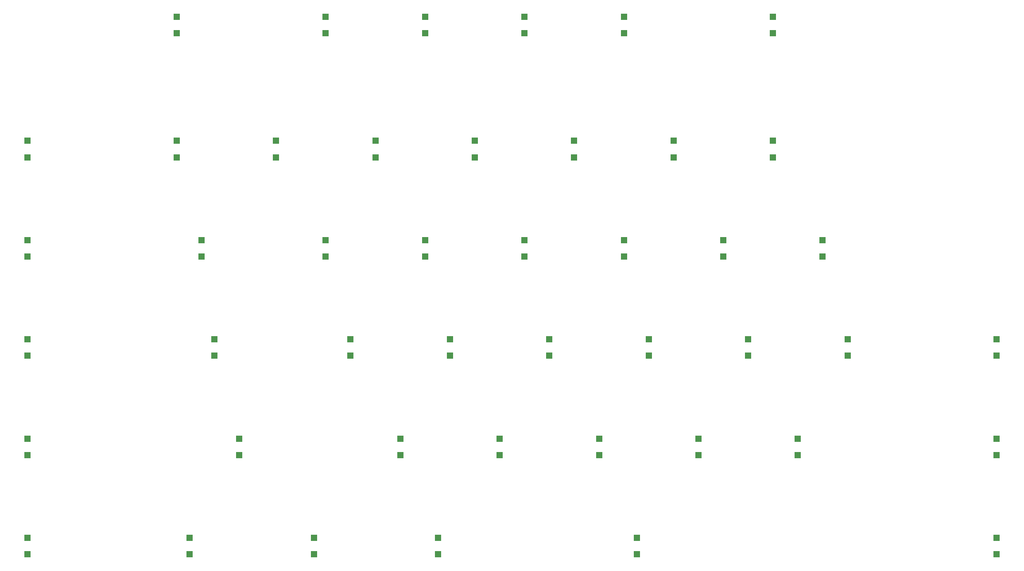
<source format=gtp>
%TF.GenerationSoftware,KiCad,Pcbnew,(5.1.10)-1*%
%TF.CreationDate,2021-10-11T09:25:22+09:00*%
%TF.ProjectId,G_One_PCB,475f4f6e-655f-4504-9342-2e6b69636164,rev?*%
%TF.SameCoordinates,Original*%
%TF.FileFunction,Paste,Top*%
%TF.FilePolarity,Positive*%
%FSLAX46Y46*%
G04 Gerber Fmt 4.6, Leading zero omitted, Abs format (unit mm)*
G04 Created by KiCad (PCBNEW (5.1.10)-1) date 2021-10-11 09:25:22*
%MOMM*%
%LPD*%
G01*
G04 APERTURE LIST*
%ADD10R,1.200000X1.200000*%
G04 APERTURE END LIST*
D10*
%TO.C,D1*%
X55000000Y118325000D03*
X55000000Y115175000D03*
%TD*%
%TO.C,D2*%
X83500000Y115175000D03*
X83500000Y118325000D03*
%TD*%
%TO.C,D3*%
X102500000Y118325000D03*
X102500000Y115175000D03*
%TD*%
%TO.C,D4*%
X121500000Y115175000D03*
X121500000Y118325000D03*
%TD*%
%TO.C,D5*%
X140500000Y118325000D03*
X140500000Y115175000D03*
%TD*%
%TO.C,D7*%
X169000000Y118325000D03*
X169000000Y115175000D03*
%TD*%
%TO.C,D10*%
X26500000Y91425000D03*
X26500000Y94575000D03*
%TD*%
%TO.C,D11*%
X55000000Y94575000D03*
X55000000Y91425000D03*
%TD*%
%TO.C,D12*%
X74000000Y91425000D03*
X74000000Y94575000D03*
%TD*%
%TO.C,D13*%
X93000000Y91425000D03*
X93000000Y94575000D03*
%TD*%
%TO.C,D14*%
X112000000Y94575000D03*
X112000000Y91425000D03*
%TD*%
%TO.C,D15*%
X131000000Y91425000D03*
X131000000Y94575000D03*
%TD*%
%TO.C,D16*%
X150000000Y94575000D03*
X150000000Y91425000D03*
%TD*%
%TO.C,D17*%
X169000000Y91425000D03*
X169000000Y94575000D03*
%TD*%
%TO.C,D20*%
X26500000Y75575000D03*
X26500000Y72425000D03*
%TD*%
%TO.C,D21*%
X59750000Y72425000D03*
X59750000Y75575000D03*
%TD*%
%TO.C,D22*%
X83500000Y75575000D03*
X83500000Y72425000D03*
%TD*%
%TO.C,D23*%
X102500000Y72425000D03*
X102500000Y75575000D03*
%TD*%
%TO.C,D24*%
X121500000Y75575000D03*
X121500000Y72425000D03*
%TD*%
%TO.C,D25*%
X140500000Y72425000D03*
X140500000Y75575000D03*
%TD*%
%TO.C,D26*%
X159500000Y75575000D03*
X159500000Y72425000D03*
%TD*%
%TO.C,D27*%
X178500000Y72425000D03*
X178500000Y75575000D03*
%TD*%
%TO.C,D28*%
X211750000Y56575000D03*
X211750000Y53425000D03*
%TD*%
%TO.C,D30*%
X26500000Y56575000D03*
X26500000Y53425000D03*
%TD*%
%TO.C,D31*%
X62250000Y56575000D03*
X62250000Y53425000D03*
%TD*%
%TO.C,D32*%
X88250000Y53425000D03*
X88250000Y56575000D03*
%TD*%
%TO.C,D33*%
X107250000Y56575000D03*
X107250000Y53425000D03*
%TD*%
%TO.C,D34*%
X126250000Y53425000D03*
X126250000Y56575000D03*
%TD*%
%TO.C,D35*%
X145250000Y56575000D03*
X145250000Y53425000D03*
%TD*%
%TO.C,D36*%
X164250000Y56575000D03*
X164250000Y53425000D03*
%TD*%
%TO.C,D37*%
X183250000Y53425000D03*
X183250000Y56575000D03*
%TD*%
%TO.C,D38*%
X211750000Y37575000D03*
X211750000Y34425000D03*
%TD*%
%TO.C,D40*%
X26500000Y34425000D03*
X26500000Y37575000D03*
%TD*%
%TO.C,D41*%
X67000000Y34425000D03*
X67000000Y37575000D03*
%TD*%
%TO.C,D42*%
X97750000Y37575000D03*
X97750000Y34425000D03*
%TD*%
%TO.C,D43*%
X116750000Y34425000D03*
X116750000Y37575000D03*
%TD*%
%TO.C,D44*%
X135750000Y37575000D03*
X135750000Y34425000D03*
%TD*%
%TO.C,D45*%
X154750000Y34425000D03*
X154750000Y37575000D03*
%TD*%
%TO.C,D46*%
X173750000Y34425000D03*
X173750000Y37575000D03*
%TD*%
%TO.C,D48*%
X211750000Y15425000D03*
X211750000Y18575000D03*
%TD*%
%TO.C,D50*%
X26500000Y18575000D03*
X26500000Y15425000D03*
%TD*%
%TO.C,D51*%
X57500000Y18575000D03*
X57500000Y15425000D03*
%TD*%
%TO.C,D52*%
X81250000Y15425000D03*
X81250000Y18575000D03*
%TD*%
%TO.C,D53*%
X105000000Y15425000D03*
X105000000Y18575000D03*
%TD*%
%TO.C,D54*%
X143000000Y18575000D03*
X143000000Y15425000D03*
%TD*%
M02*

</source>
